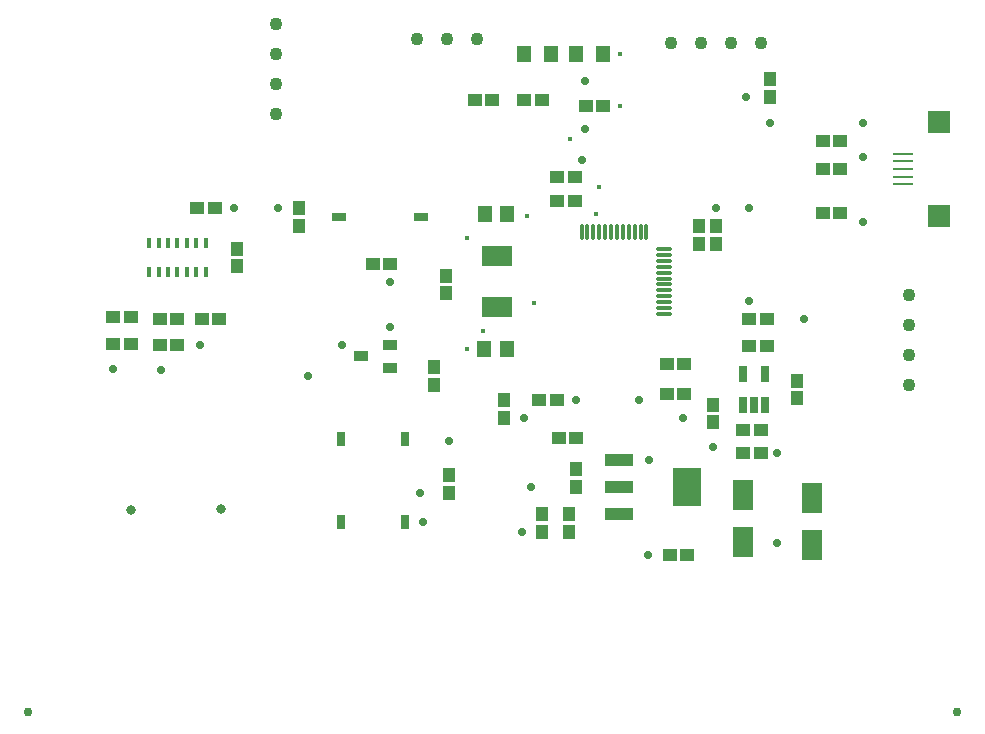
<source format=gts>
G04*
G04 #@! TF.GenerationSoftware,Altium Limited,Altium Designer,21.3.2 (30)*
G04*
G04 Layer_Color=8388736*
%FSTAX24Y24*%
%MOIN*%
G70*
G04*
G04 #@! TF.SameCoordinates,0DAA6520-49A2-4E49-A6F4-E70CAC7CC759*
G04*
G04*
G04 #@! TF.FilePolarity,Negative*
G04*
G01*
G75*
%ADD27R,0.0315X0.0472*%
%ADD28R,0.0500X0.0550*%
%ADD29O,0.0118X0.0571*%
%ADD30R,0.0472X0.0335*%
%ADD31O,0.0571X0.0118*%
%ADD32R,0.0669X0.0984*%
%ADD33R,0.0700X0.0100*%
%ADD34R,0.0748X0.0748*%
%ADD36R,0.1000X0.0700*%
G04:AMPARAMS|DCode=37|XSize=33.1mil|YSize=15.7mil|CornerRadius=3.9mil|HoleSize=0mil|Usage=FLASHONLY|Rotation=270.000|XOffset=0mil|YOffset=0mil|HoleType=Round|Shape=RoundedRectangle|*
%AMROUNDEDRECTD37*
21,1,0.0331,0.0079,0,0,270.0*
21,1,0.0252,0.0157,0,0,270.0*
1,1,0.0079,-0.0039,-0.0126*
1,1,0.0079,-0.0039,0.0126*
1,1,0.0079,0.0039,0.0126*
1,1,0.0079,0.0039,-0.0126*
%
%ADD37ROUNDEDRECTD37*%
%ADD38R,0.0472X0.0551*%
%ADD39R,0.0472X0.0315*%
%ADD40R,0.0945X0.0394*%
%ADD41R,0.0945X0.1299*%
%ADD42R,0.0434X0.0454*%
%ADD43R,0.0454X0.0434*%
%ADD44R,0.0304X0.0540*%
%ADD45C,0.0433*%
%ADD46C,0.0300*%
%ADD47C,0.0315*%
%ADD48C,0.0276*%
%ADD49C,0.0157*%
D27*
X0273Y01805D02*
D03*
Y015294D02*
D03*
X02515Y0153D02*
D03*
Y018056D02*
D03*
D28*
X03215Y0309D02*
D03*
X03125D02*
D03*
X0339D02*
D03*
X033D02*
D03*
D29*
X033167Y024963D02*
D03*
X033364D02*
D03*
X033561D02*
D03*
X033758D02*
D03*
X033955D02*
D03*
X034152Y024963D02*
D03*
X034348D02*
D03*
X034545Y024963D02*
D03*
X034742D02*
D03*
X034939D02*
D03*
X035136D02*
D03*
X035333D02*
D03*
D30*
X026792Y021188D02*
D03*
X02679Y02043D02*
D03*
X025808Y020802D02*
D03*
D31*
X035913Y024383D02*
D03*
Y024186D02*
D03*
Y023989D02*
D03*
Y023792D02*
D03*
Y023595D02*
D03*
X035913Y023398D02*
D03*
Y023202D02*
D03*
X035913Y023005D02*
D03*
Y022808D02*
D03*
Y022611D02*
D03*
Y022414D02*
D03*
Y022217D02*
D03*
D32*
X03855Y014613D02*
D03*
Y016187D02*
D03*
X04085Y014513D02*
D03*
Y016087D02*
D03*
D33*
X0439Y026538D02*
D03*
Y026794D02*
D03*
Y02705D02*
D03*
Y027306D02*
D03*
Y02755D02*
D03*
D34*
X045068Y025495D02*
D03*
Y028605D02*
D03*
D36*
X03035Y02245D02*
D03*
Y02415D02*
D03*
D37*
X02033Y02457D02*
D03*
X020015D02*
D03*
X0197D02*
D03*
X019385D02*
D03*
X01907D02*
D03*
X018755D02*
D03*
Y02363D02*
D03*
X01907D02*
D03*
X019385D02*
D03*
X0197D02*
D03*
X020015D02*
D03*
X02033D02*
D03*
X020645D02*
D03*
Y02457D02*
D03*
D38*
X030672Y021051D02*
D03*
X029924D02*
D03*
X030698Y02555D02*
D03*
X02995D02*
D03*
D39*
X027828Y02545D02*
D03*
X025072D02*
D03*
D40*
X034408Y017356D02*
D03*
Y01645D02*
D03*
Y015544D02*
D03*
D41*
X036692Y01645D02*
D03*
D42*
X02825Y020445D02*
D03*
Y019855D02*
D03*
X02375Y02515D02*
D03*
Y025741D02*
D03*
X0371Y025141D02*
D03*
Y02455D02*
D03*
X02875Y016259D02*
D03*
Y01685D02*
D03*
X0306Y019345D02*
D03*
Y018755D02*
D03*
X04035Y019995D02*
D03*
Y019405D02*
D03*
X03755Y0192D02*
D03*
Y018609D02*
D03*
X033Y017045D02*
D03*
Y016455D02*
D03*
X02865Y022909D02*
D03*
Y0235D02*
D03*
X0217Y0244D02*
D03*
Y023809D02*
D03*
X03765Y02455D02*
D03*
Y025141D02*
D03*
X03945Y030045D02*
D03*
Y029455D02*
D03*
X03185Y015545D02*
D03*
Y014955D02*
D03*
X03275Y015541D02*
D03*
Y01495D02*
D03*
D43*
X041795Y02705D02*
D03*
X041205D02*
D03*
X026795Y0239D02*
D03*
X026205D02*
D03*
X0418Y028D02*
D03*
X041209D02*
D03*
X036005Y01955D02*
D03*
X036595D02*
D03*
X036005Y02055D02*
D03*
X036595D02*
D03*
X039141Y0176D02*
D03*
X03855D02*
D03*
X032405Y0181D02*
D03*
X032995D02*
D03*
X031841Y02935D02*
D03*
X03125D02*
D03*
X033305Y02915D02*
D03*
X033895D02*
D03*
X029605Y02935D02*
D03*
X030195D02*
D03*
X032345Y01935D02*
D03*
X031755D02*
D03*
X017564Y021207D02*
D03*
X018155D02*
D03*
X017555Y022107D02*
D03*
X018145D02*
D03*
X020505Y02205D02*
D03*
X021095D02*
D03*
X02035Y02575D02*
D03*
X020941D02*
D03*
X03855Y01835D02*
D03*
X039141D02*
D03*
X038759Y02205D02*
D03*
X03935D02*
D03*
X038759Y02115D02*
D03*
X03935D02*
D03*
X036105Y0142D02*
D03*
X036695D02*
D03*
X041209Y0256D02*
D03*
X0418D02*
D03*
X032359Y0268D02*
D03*
X03295D02*
D03*
X032359Y026D02*
D03*
X03295D02*
D03*
X019105Y02205D02*
D03*
X019695D02*
D03*
X019109Y0212D02*
D03*
X0197D02*
D03*
D44*
X0393Y020231D02*
D03*
X038924Y0192D02*
D03*
X03855D02*
D03*
X039298D02*
D03*
X03855Y020231D02*
D03*
D45*
X023Y0289D02*
D03*
Y0299D02*
D03*
Y0309D02*
D03*
Y0319D02*
D03*
X0297Y0314D02*
D03*
X0287D02*
D03*
X0277D02*
D03*
X0441Y02285D02*
D03*
Y02185D02*
D03*
Y02085D02*
D03*
Y01985D02*
D03*
X03615Y03125D02*
D03*
X03715D02*
D03*
X03815D02*
D03*
X03915D02*
D03*
D46*
X0457Y00895D02*
D03*
X014716D02*
D03*
D47*
X02115Y015705D02*
D03*
X01815Y0157D02*
D03*
D48*
X02045Y0212D02*
D03*
X03875Y02575D02*
D03*
X03765D02*
D03*
X04255Y02745D02*
D03*
Y0253D02*
D03*
X02405Y02015D02*
D03*
X0397Y0176D02*
D03*
X0278Y01625D02*
D03*
X02875Y018D02*
D03*
X03755Y0178D02*
D03*
X035406Y017356D02*
D03*
X0351Y01935D02*
D03*
X0354Y0142D02*
D03*
X04255Y0286D02*
D03*
X03945D02*
D03*
X03865Y02945D02*
D03*
X0332Y02735D02*
D03*
X0333Y0284D02*
D03*
Y03D02*
D03*
X01755Y0204D02*
D03*
X0312Y01495D02*
D03*
X0279Y0153D02*
D03*
X03655Y01875D02*
D03*
X03125D02*
D03*
X0315Y01645D02*
D03*
X01915Y02035D02*
D03*
X03875Y02265D02*
D03*
X033Y01935D02*
D03*
X0268Y0233D02*
D03*
Y0218D02*
D03*
X0252Y0212D02*
D03*
X0216Y02575D02*
D03*
X02305D02*
D03*
X0397Y0146D02*
D03*
X0406Y02205D02*
D03*
D49*
X03365Y02555D02*
D03*
X03445Y0309D02*
D03*
Y02915D02*
D03*
X0328Y02805D02*
D03*
X03375Y02645D02*
D03*
X0316Y0226D02*
D03*
X03135Y0255D02*
D03*
X0299Y02165D02*
D03*
X02935Y02475D02*
D03*
Y02105D02*
D03*
M02*

</source>
